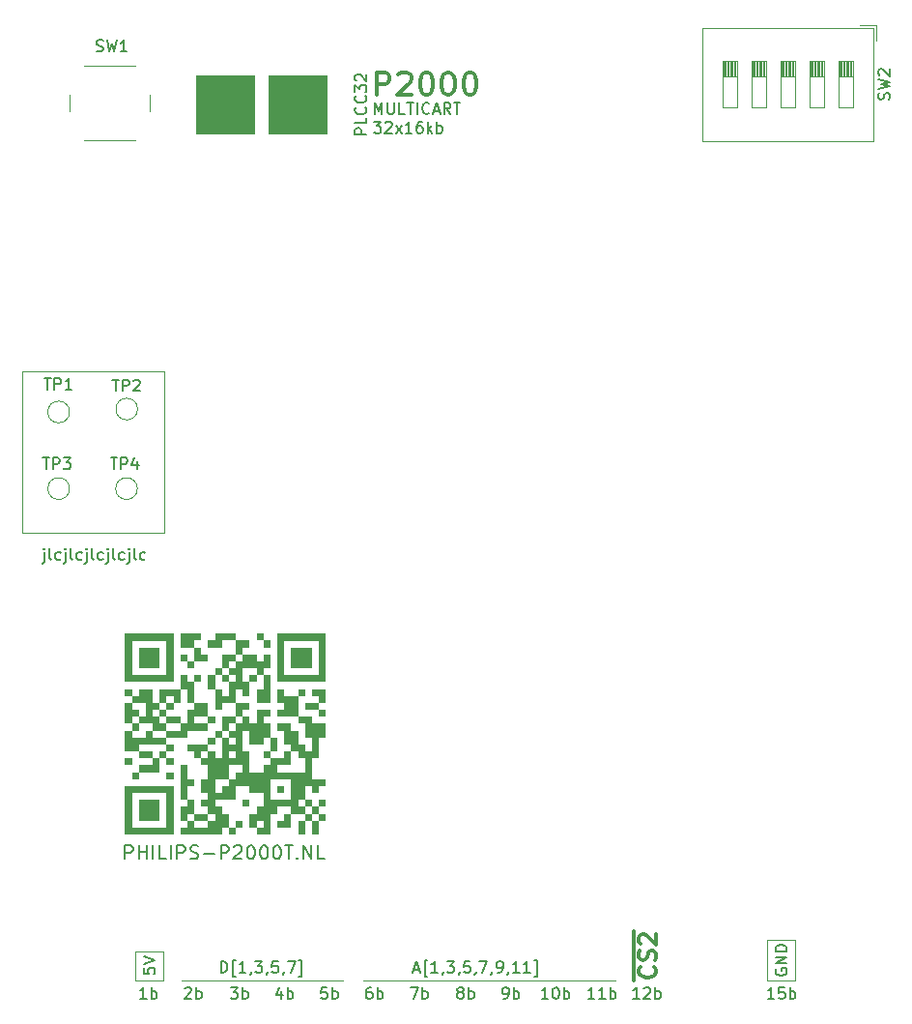
<source format=gbr>
G04 #@! TF.GenerationSoftware,KiCad,Pcbnew,(6.0.9)*
G04 #@! TF.CreationDate,2023-09-15T10:25:23+02:00*
G04 #@! TF.ProjectId,p2000t-multicartridge-smd,70323030-3074-42d6-9d75-6c7469636172,rev?*
G04 #@! TF.SameCoordinates,Original*
G04 #@! TF.FileFunction,Legend,Top*
G04 #@! TF.FilePolarity,Positive*
%FSLAX46Y46*%
G04 Gerber Fmt 4.6, Leading zero omitted, Abs format (unit mm)*
G04 Created by KiCad (PCBNEW (6.0.9)) date 2023-09-15 10:25:23*
%MOMM*%
%LPD*%
G01*
G04 APERTURE LIST*
%ADD10C,0.120000*%
%ADD11C,0.150000*%
%ADD12C,0.300000*%
%ADD13C,0.200000*%
%ADD14C,2.000000*%
%ADD15C,1.500000*%
%ADD16R,1.600000X1.600000*%
%ADD17O,1.600000X1.600000*%
%ADD18R,2.000000X10.000000*%
%ADD19R,1.422400X1.422400*%
%ADD20C,1.422400*%
G04 APERTURE END LIST*
D10*
X54214000Y-128905000D02*
X54214000Y-131445000D01*
X109586000Y-131445000D02*
X111999000Y-131445000D01*
X109586000Y-127889000D02*
X109586000Y-131445000D01*
X44323000Y-78105000D02*
X44450000Y-78105000D01*
X74153000Y-131445000D02*
X96251000Y-131445000D01*
X45847000Y-92202000D02*
X44323000Y-92202000D01*
X56769000Y-78105000D02*
X56769000Y-92202000D01*
X44323000Y-92202000D02*
X44323000Y-78105000D01*
X58278000Y-131445000D02*
X72375000Y-131445000D01*
X111999000Y-131445000D02*
X111999000Y-127889000D01*
X56627000Y-131445000D02*
X56627000Y-128905000D01*
X65913000Y-52197000D02*
X70993000Y-52197000D01*
X70993000Y-52197000D02*
X70993000Y-57277000D01*
X70993000Y-57277000D02*
X65913000Y-57277000D01*
X65913000Y-57277000D02*
X65913000Y-52197000D01*
G36*
X65913000Y-52197000D02*
G01*
X70993000Y-52197000D01*
X70993000Y-57277000D01*
X65913000Y-57277000D01*
X65913000Y-52197000D01*
G37*
X56769000Y-92202000D02*
X45847000Y-92202000D01*
X111999000Y-127889000D02*
X109586000Y-127889000D01*
X44450000Y-78105000D02*
X56769000Y-78105000D01*
X54214000Y-131445000D02*
X56627000Y-131445000D01*
X59563000Y-52197000D02*
X64643000Y-52197000D01*
X64643000Y-52197000D02*
X64643000Y-57277000D01*
X64643000Y-57277000D02*
X59563000Y-57277000D01*
X59563000Y-57277000D02*
X59563000Y-52197000D01*
G36*
X59563000Y-52197000D02*
G01*
X64643000Y-52197000D01*
X64643000Y-57277000D01*
X59563000Y-57277000D01*
X59563000Y-52197000D01*
G37*
X56627000Y-128905000D02*
X54214000Y-128905000D01*
D11*
X86464142Y-133040380D02*
X86654619Y-133040380D01*
X86749857Y-132992761D01*
X86797476Y-132945142D01*
X86892714Y-132802285D01*
X86940333Y-132611809D01*
X86940333Y-132230857D01*
X86892714Y-132135619D01*
X86845095Y-132088000D01*
X86749857Y-132040380D01*
X86559380Y-132040380D01*
X86464142Y-132088000D01*
X86416523Y-132135619D01*
X86368904Y-132230857D01*
X86368904Y-132468952D01*
X86416523Y-132564190D01*
X86464142Y-132611809D01*
X86559380Y-132659428D01*
X86749857Y-132659428D01*
X86845095Y-132611809D01*
X86892714Y-132564190D01*
X86940333Y-132468952D01*
X87368904Y-133040380D02*
X87368904Y-132040380D01*
X87368904Y-132421333D02*
X87464142Y-132373714D01*
X87654619Y-132373714D01*
X87749857Y-132421333D01*
X87797476Y-132468952D01*
X87845095Y-132564190D01*
X87845095Y-132849904D01*
X87797476Y-132945142D01*
X87749857Y-132992761D01*
X87654619Y-133040380D01*
X87464142Y-133040380D01*
X87368904Y-132992761D01*
X74907095Y-132040380D02*
X74716619Y-132040380D01*
X74621380Y-132088000D01*
X74573761Y-132135619D01*
X74478523Y-132278476D01*
X74430904Y-132468952D01*
X74430904Y-132849904D01*
X74478523Y-132945142D01*
X74526142Y-132992761D01*
X74621380Y-133040380D01*
X74811857Y-133040380D01*
X74907095Y-132992761D01*
X74954714Y-132945142D01*
X75002333Y-132849904D01*
X75002333Y-132611809D01*
X74954714Y-132516571D01*
X74907095Y-132468952D01*
X74811857Y-132421333D01*
X74621380Y-132421333D01*
X74526142Y-132468952D01*
X74478523Y-132516571D01*
X74430904Y-132611809D01*
X75430904Y-133040380D02*
X75430904Y-132040380D01*
X75430904Y-132421333D02*
X75526142Y-132373714D01*
X75716619Y-132373714D01*
X75811857Y-132421333D01*
X75859476Y-132468952D01*
X75907095Y-132564190D01*
X75907095Y-132849904D01*
X75859476Y-132945142D01*
X75811857Y-132992761D01*
X75716619Y-133040380D01*
X75526142Y-133040380D01*
X75430904Y-132992761D01*
X82622380Y-132468952D02*
X82527142Y-132421333D01*
X82479523Y-132373714D01*
X82431904Y-132278476D01*
X82431904Y-132230857D01*
X82479523Y-132135619D01*
X82527142Y-132088000D01*
X82622380Y-132040380D01*
X82812857Y-132040380D01*
X82908095Y-132088000D01*
X82955714Y-132135619D01*
X83003333Y-132230857D01*
X83003333Y-132278476D01*
X82955714Y-132373714D01*
X82908095Y-132421333D01*
X82812857Y-132468952D01*
X82622380Y-132468952D01*
X82527142Y-132516571D01*
X82479523Y-132564190D01*
X82431904Y-132659428D01*
X82431904Y-132849904D01*
X82479523Y-132945142D01*
X82527142Y-132992761D01*
X82622380Y-133040380D01*
X82812857Y-133040380D01*
X82908095Y-132992761D01*
X82955714Y-132945142D01*
X83003333Y-132849904D01*
X83003333Y-132659428D01*
X82955714Y-132564190D01*
X82908095Y-132516571D01*
X82812857Y-132468952D01*
X83431904Y-133040380D02*
X83431904Y-132040380D01*
X83431904Y-132421333D02*
X83527142Y-132373714D01*
X83717619Y-132373714D01*
X83812857Y-132421333D01*
X83860476Y-132468952D01*
X83908095Y-132564190D01*
X83908095Y-132849904D01*
X83860476Y-132945142D01*
X83812857Y-132992761D01*
X83717619Y-133040380D01*
X83527142Y-133040380D01*
X83431904Y-132992761D01*
X67033095Y-132373714D02*
X67033095Y-133040380D01*
X66795000Y-131992761D02*
X66556904Y-132707047D01*
X67175952Y-132707047D01*
X67556904Y-133040380D02*
X67556904Y-132040380D01*
X67556904Y-132421333D02*
X67652142Y-132373714D01*
X67842619Y-132373714D01*
X67937857Y-132421333D01*
X67985476Y-132468952D01*
X68033095Y-132564190D01*
X68033095Y-132849904D01*
X67985476Y-132945142D01*
X67937857Y-132992761D01*
X67842619Y-133040380D01*
X67652142Y-133040380D01*
X67556904Y-132992761D01*
X55190333Y-133040380D02*
X54618904Y-133040380D01*
X54904619Y-133040380D02*
X54904619Y-132040380D01*
X54809380Y-132183238D01*
X54714142Y-132278476D01*
X54618904Y-132326095D01*
X55618904Y-133040380D02*
X55618904Y-132040380D01*
X55618904Y-132421333D02*
X55714142Y-132373714D01*
X55904619Y-132373714D01*
X55999857Y-132421333D01*
X56047476Y-132468952D01*
X56095095Y-132564190D01*
X56095095Y-132849904D01*
X56047476Y-132945142D01*
X55999857Y-132992761D01*
X55904619Y-133040380D01*
X55714142Y-133040380D01*
X55618904Y-132992761D01*
X58555904Y-132135619D02*
X58603523Y-132088000D01*
X58698761Y-132040380D01*
X58936857Y-132040380D01*
X59032095Y-132088000D01*
X59079714Y-132135619D01*
X59127333Y-132230857D01*
X59127333Y-132326095D01*
X59079714Y-132468952D01*
X58508285Y-133040380D01*
X59127333Y-133040380D01*
X59555904Y-133040380D02*
X59555904Y-132040380D01*
X59555904Y-132421333D02*
X59651142Y-132373714D01*
X59841619Y-132373714D01*
X59936857Y-132421333D01*
X59984476Y-132468952D01*
X60032095Y-132564190D01*
X60032095Y-132849904D01*
X59984476Y-132945142D01*
X59936857Y-132992761D01*
X59841619Y-133040380D01*
X59651142Y-133040380D01*
X59555904Y-132992761D01*
X71017714Y-132040380D02*
X70541523Y-132040380D01*
X70493904Y-132516571D01*
X70541523Y-132468952D01*
X70636761Y-132421333D01*
X70874857Y-132421333D01*
X70970095Y-132468952D01*
X71017714Y-132516571D01*
X71065333Y-132611809D01*
X71065333Y-132849904D01*
X71017714Y-132945142D01*
X70970095Y-132992761D01*
X70874857Y-133040380D01*
X70636761Y-133040380D01*
X70541523Y-132992761D01*
X70493904Y-132945142D01*
X71493904Y-133040380D02*
X71493904Y-132040380D01*
X71493904Y-132421333D02*
X71589142Y-132373714D01*
X71779619Y-132373714D01*
X71874857Y-132421333D01*
X71922476Y-132468952D01*
X71970095Y-132564190D01*
X71970095Y-132849904D01*
X71922476Y-132945142D01*
X71874857Y-132992761D01*
X71779619Y-133040380D01*
X71589142Y-133040380D01*
X71493904Y-132992761D01*
X78320285Y-132040380D02*
X78986952Y-132040380D01*
X78558380Y-133040380D01*
X79367904Y-133040380D02*
X79367904Y-132040380D01*
X79367904Y-132421333D02*
X79463142Y-132373714D01*
X79653619Y-132373714D01*
X79748857Y-132421333D01*
X79796476Y-132468952D01*
X79844095Y-132564190D01*
X79844095Y-132849904D01*
X79796476Y-132945142D01*
X79748857Y-132992761D01*
X79653619Y-133040380D01*
X79463142Y-133040380D01*
X79367904Y-132992761D01*
X94465142Y-133040380D02*
X93893714Y-133040380D01*
X94179428Y-133040380D02*
X94179428Y-132040380D01*
X94084190Y-132183238D01*
X93988952Y-132278476D01*
X93893714Y-132326095D01*
X95417523Y-133040380D02*
X94846095Y-133040380D01*
X95131809Y-133040380D02*
X95131809Y-132040380D01*
X95036571Y-132183238D01*
X94941333Y-132278476D01*
X94846095Y-132326095D01*
X95846095Y-133040380D02*
X95846095Y-132040380D01*
X95846095Y-132421333D02*
X95941333Y-132373714D01*
X96131809Y-132373714D01*
X96227047Y-132421333D01*
X96274666Y-132468952D01*
X96322285Y-132564190D01*
X96322285Y-132849904D01*
X96274666Y-132945142D01*
X96227047Y-132992761D01*
X96131809Y-133040380D01*
X95941333Y-133040380D01*
X95846095Y-132992761D01*
X98402142Y-133040380D02*
X97830714Y-133040380D01*
X98116428Y-133040380D02*
X98116428Y-132040380D01*
X98021190Y-132183238D01*
X97925952Y-132278476D01*
X97830714Y-132326095D01*
X98783095Y-132135619D02*
X98830714Y-132088000D01*
X98925952Y-132040380D01*
X99164047Y-132040380D01*
X99259285Y-132088000D01*
X99306904Y-132135619D01*
X99354523Y-132230857D01*
X99354523Y-132326095D01*
X99306904Y-132468952D01*
X98735476Y-133040380D01*
X99354523Y-133040380D01*
X99783095Y-133040380D02*
X99783095Y-132040380D01*
X99783095Y-132421333D02*
X99878333Y-132373714D01*
X100068809Y-132373714D01*
X100164047Y-132421333D01*
X100211666Y-132468952D01*
X100259285Y-132564190D01*
X100259285Y-132849904D01*
X100211666Y-132945142D01*
X100164047Y-132992761D01*
X100068809Y-133040380D01*
X99878333Y-133040380D01*
X99783095Y-132992761D01*
X110213142Y-133040380D02*
X109641714Y-133040380D01*
X109927428Y-133040380D02*
X109927428Y-132040380D01*
X109832190Y-132183238D01*
X109736952Y-132278476D01*
X109641714Y-132326095D01*
X111117904Y-132040380D02*
X110641714Y-132040380D01*
X110594095Y-132516571D01*
X110641714Y-132468952D01*
X110736952Y-132421333D01*
X110975047Y-132421333D01*
X111070285Y-132468952D01*
X111117904Y-132516571D01*
X111165523Y-132611809D01*
X111165523Y-132849904D01*
X111117904Y-132945142D01*
X111070285Y-132992761D01*
X110975047Y-133040380D01*
X110736952Y-133040380D01*
X110641714Y-132992761D01*
X110594095Y-132945142D01*
X111594095Y-133040380D02*
X111594095Y-132040380D01*
X111594095Y-132421333D02*
X111689333Y-132373714D01*
X111879809Y-132373714D01*
X111975047Y-132421333D01*
X112022666Y-132468952D01*
X112070285Y-132564190D01*
X112070285Y-132849904D01*
X112022666Y-132945142D01*
X111975047Y-132992761D01*
X111879809Y-133040380D01*
X111689333Y-133040380D01*
X111594095Y-132992761D01*
X62572285Y-132040380D02*
X63191333Y-132040380D01*
X62858000Y-132421333D01*
X63000857Y-132421333D01*
X63096095Y-132468952D01*
X63143714Y-132516571D01*
X63191333Y-132611809D01*
X63191333Y-132849904D01*
X63143714Y-132945142D01*
X63096095Y-132992761D01*
X63000857Y-133040380D01*
X62715142Y-133040380D01*
X62619904Y-132992761D01*
X62572285Y-132945142D01*
X63619904Y-133040380D02*
X63619904Y-132040380D01*
X63619904Y-132421333D02*
X63715142Y-132373714D01*
X63905619Y-132373714D01*
X64000857Y-132421333D01*
X64048476Y-132468952D01*
X64096095Y-132564190D01*
X64096095Y-132849904D01*
X64048476Y-132945142D01*
X64000857Y-132992761D01*
X63905619Y-133040380D01*
X63715142Y-133040380D01*
X63619904Y-132992761D01*
X90401142Y-133040380D02*
X89829714Y-133040380D01*
X90115428Y-133040380D02*
X90115428Y-132040380D01*
X90020190Y-132183238D01*
X89924952Y-132278476D01*
X89829714Y-132326095D01*
X91020190Y-132040380D02*
X91115428Y-132040380D01*
X91210666Y-132088000D01*
X91258285Y-132135619D01*
X91305904Y-132230857D01*
X91353523Y-132421333D01*
X91353523Y-132659428D01*
X91305904Y-132849904D01*
X91258285Y-132945142D01*
X91210666Y-132992761D01*
X91115428Y-133040380D01*
X91020190Y-133040380D01*
X90924952Y-132992761D01*
X90877333Y-132945142D01*
X90829714Y-132849904D01*
X90782095Y-132659428D01*
X90782095Y-132421333D01*
X90829714Y-132230857D01*
X90877333Y-132135619D01*
X90924952Y-132088000D01*
X91020190Y-132040380D01*
X91782095Y-133040380D02*
X91782095Y-132040380D01*
X91782095Y-132421333D02*
X91877333Y-132373714D01*
X92067809Y-132373714D01*
X92163047Y-132421333D01*
X92210666Y-132468952D01*
X92258285Y-132564190D01*
X92258285Y-132849904D01*
X92210666Y-132945142D01*
X92163047Y-132992761D01*
X92067809Y-133040380D01*
X91877333Y-133040380D01*
X91782095Y-132992761D01*
X110356000Y-130428904D02*
X110308380Y-130524142D01*
X110308380Y-130667000D01*
X110356000Y-130809857D01*
X110451238Y-130905095D01*
X110546476Y-130952714D01*
X110736952Y-131000333D01*
X110879809Y-131000333D01*
X111070285Y-130952714D01*
X111165523Y-130905095D01*
X111260761Y-130809857D01*
X111308380Y-130667000D01*
X111308380Y-130571761D01*
X111260761Y-130428904D01*
X111213142Y-130381285D01*
X110879809Y-130381285D01*
X110879809Y-130571761D01*
X111308380Y-129952714D02*
X110308380Y-129952714D01*
X111308380Y-129381285D01*
X110308380Y-129381285D01*
X111308380Y-128905095D02*
X110308380Y-128905095D01*
X110308380Y-128667000D01*
X110356000Y-128524142D01*
X110451238Y-128428904D01*
X110546476Y-128381285D01*
X110736952Y-128333666D01*
X110879809Y-128333666D01*
X111070285Y-128381285D01*
X111165523Y-128428904D01*
X111260761Y-128524142D01*
X111308380Y-128667000D01*
X111308380Y-128905095D01*
X74468580Y-57363047D02*
X73468580Y-57363047D01*
X73468580Y-56982095D01*
X73516200Y-56886857D01*
X73563819Y-56839238D01*
X73659057Y-56791619D01*
X73801914Y-56791619D01*
X73897152Y-56839238D01*
X73944771Y-56886857D01*
X73992390Y-56982095D01*
X73992390Y-57363047D01*
X74468580Y-55886857D02*
X74468580Y-56363047D01*
X73468580Y-56363047D01*
X74373342Y-54982095D02*
X74420961Y-55029714D01*
X74468580Y-55172571D01*
X74468580Y-55267809D01*
X74420961Y-55410666D01*
X74325723Y-55505904D01*
X74230485Y-55553523D01*
X74040009Y-55601142D01*
X73897152Y-55601142D01*
X73706676Y-55553523D01*
X73611438Y-55505904D01*
X73516200Y-55410666D01*
X73468580Y-55267809D01*
X73468580Y-55172571D01*
X73516200Y-55029714D01*
X73563819Y-54982095D01*
X74373342Y-53982095D02*
X74420961Y-54029714D01*
X74468580Y-54172571D01*
X74468580Y-54267809D01*
X74420961Y-54410666D01*
X74325723Y-54505904D01*
X74230485Y-54553523D01*
X74040009Y-54601142D01*
X73897152Y-54601142D01*
X73706676Y-54553523D01*
X73611438Y-54505904D01*
X73516200Y-54410666D01*
X73468580Y-54267809D01*
X73468580Y-54172571D01*
X73516200Y-54029714D01*
X73563819Y-53982095D01*
X73468580Y-53648761D02*
X73468580Y-53029714D01*
X73849533Y-53363047D01*
X73849533Y-53220190D01*
X73897152Y-53124952D01*
X73944771Y-53077333D01*
X74040009Y-53029714D01*
X74278104Y-53029714D01*
X74373342Y-53077333D01*
X74420961Y-53124952D01*
X74468580Y-53220190D01*
X74468580Y-53505904D01*
X74420961Y-53601142D01*
X74373342Y-53648761D01*
X73563819Y-52648761D02*
X73516200Y-52601142D01*
X73468580Y-52505904D01*
X73468580Y-52267809D01*
X73516200Y-52172571D01*
X73563819Y-52124952D01*
X73659057Y-52077333D01*
X73754295Y-52077333D01*
X73897152Y-52124952D01*
X74468580Y-52696380D01*
X74468580Y-52077333D01*
X75176523Y-55570380D02*
X75176523Y-54570380D01*
X75509857Y-55284666D01*
X75843190Y-54570380D01*
X75843190Y-55570380D01*
X76319380Y-54570380D02*
X76319380Y-55379904D01*
X76367000Y-55475142D01*
X76414619Y-55522761D01*
X76509857Y-55570380D01*
X76700333Y-55570380D01*
X76795571Y-55522761D01*
X76843190Y-55475142D01*
X76890809Y-55379904D01*
X76890809Y-54570380D01*
X77843190Y-55570380D02*
X77367000Y-55570380D01*
X77367000Y-54570380D01*
X78033666Y-54570380D02*
X78605095Y-54570380D01*
X78319380Y-55570380D02*
X78319380Y-54570380D01*
X78938428Y-55570380D02*
X78938428Y-54570380D01*
X79986047Y-55475142D02*
X79938428Y-55522761D01*
X79795571Y-55570380D01*
X79700333Y-55570380D01*
X79557476Y-55522761D01*
X79462238Y-55427523D01*
X79414619Y-55332285D01*
X79367000Y-55141809D01*
X79367000Y-54998952D01*
X79414619Y-54808476D01*
X79462238Y-54713238D01*
X79557476Y-54618000D01*
X79700333Y-54570380D01*
X79795571Y-54570380D01*
X79938428Y-54618000D01*
X79986047Y-54665619D01*
X80367000Y-55284666D02*
X80843190Y-55284666D01*
X80271761Y-55570380D02*
X80605095Y-54570380D01*
X80938428Y-55570380D01*
X81843190Y-55570380D02*
X81509857Y-55094190D01*
X81271761Y-55570380D02*
X81271761Y-54570380D01*
X81652714Y-54570380D01*
X81747952Y-54618000D01*
X81795571Y-54665619D01*
X81843190Y-54760857D01*
X81843190Y-54903714D01*
X81795571Y-54998952D01*
X81747952Y-55046571D01*
X81652714Y-55094190D01*
X81271761Y-55094190D01*
X82128904Y-54570380D02*
X82700333Y-54570380D01*
X82414619Y-55570380D02*
X82414619Y-54570380D01*
D12*
X75353990Y-53897761D02*
X75353990Y-51897761D01*
X76115895Y-51897761D01*
X76306371Y-51993000D01*
X76401609Y-52088238D01*
X76496847Y-52278714D01*
X76496847Y-52564428D01*
X76401609Y-52754904D01*
X76306371Y-52850142D01*
X76115895Y-52945380D01*
X75353990Y-52945380D01*
X77258752Y-52088238D02*
X77353990Y-51993000D01*
X77544466Y-51897761D01*
X78020657Y-51897761D01*
X78211133Y-51993000D01*
X78306371Y-52088238D01*
X78401609Y-52278714D01*
X78401609Y-52469190D01*
X78306371Y-52754904D01*
X77163514Y-53897761D01*
X78401609Y-53897761D01*
X79639704Y-51897761D02*
X79830180Y-51897761D01*
X80020657Y-51993000D01*
X80115895Y-52088238D01*
X80211133Y-52278714D01*
X80306371Y-52659666D01*
X80306371Y-53135857D01*
X80211133Y-53516809D01*
X80115895Y-53707285D01*
X80020657Y-53802523D01*
X79830180Y-53897761D01*
X79639704Y-53897761D01*
X79449228Y-53802523D01*
X79353990Y-53707285D01*
X79258752Y-53516809D01*
X79163514Y-53135857D01*
X79163514Y-52659666D01*
X79258752Y-52278714D01*
X79353990Y-52088238D01*
X79449228Y-51993000D01*
X79639704Y-51897761D01*
X81544466Y-51897761D02*
X81734942Y-51897761D01*
X81925419Y-51993000D01*
X82020657Y-52088238D01*
X82115895Y-52278714D01*
X82211133Y-52659666D01*
X82211133Y-53135857D01*
X82115895Y-53516809D01*
X82020657Y-53707285D01*
X81925419Y-53802523D01*
X81734942Y-53897761D01*
X81544466Y-53897761D01*
X81353990Y-53802523D01*
X81258752Y-53707285D01*
X81163514Y-53516809D01*
X81068276Y-53135857D01*
X81068276Y-52659666D01*
X81163514Y-52278714D01*
X81258752Y-52088238D01*
X81353990Y-51993000D01*
X81544466Y-51897761D01*
X83449228Y-51897761D02*
X83639704Y-51897761D01*
X83830180Y-51993000D01*
X83925419Y-52088238D01*
X84020657Y-52278714D01*
X84115895Y-52659666D01*
X84115895Y-53135857D01*
X84020657Y-53516809D01*
X83925419Y-53707285D01*
X83830180Y-53802523D01*
X83639704Y-53897761D01*
X83449228Y-53897761D01*
X83258752Y-53802523D01*
X83163514Y-53707285D01*
X83068276Y-53516809D01*
X82973038Y-53135857D01*
X82973038Y-52659666D01*
X83068276Y-52278714D01*
X83163514Y-52088238D01*
X83258752Y-51993000D01*
X83449228Y-51897761D01*
D11*
X75131990Y-56246780D02*
X75751038Y-56246780D01*
X75417704Y-56627733D01*
X75560561Y-56627733D01*
X75655800Y-56675352D01*
X75703419Y-56722971D01*
X75751038Y-56818209D01*
X75751038Y-57056304D01*
X75703419Y-57151542D01*
X75655800Y-57199161D01*
X75560561Y-57246780D01*
X75274847Y-57246780D01*
X75179609Y-57199161D01*
X75131990Y-57151542D01*
X76131990Y-56342019D02*
X76179609Y-56294400D01*
X76274847Y-56246780D01*
X76512942Y-56246780D01*
X76608180Y-56294400D01*
X76655800Y-56342019D01*
X76703419Y-56437257D01*
X76703419Y-56532495D01*
X76655800Y-56675352D01*
X76084371Y-57246780D01*
X76703419Y-57246780D01*
X77036752Y-57246780D02*
X77560561Y-56580114D01*
X77036752Y-56580114D02*
X77560561Y-57246780D01*
X78465323Y-57246780D02*
X77893895Y-57246780D01*
X78179609Y-57246780D02*
X78179609Y-56246780D01*
X78084371Y-56389638D01*
X77989133Y-56484876D01*
X77893895Y-56532495D01*
X79322466Y-56246780D02*
X79131990Y-56246780D01*
X79036752Y-56294400D01*
X78989133Y-56342019D01*
X78893895Y-56484876D01*
X78846276Y-56675352D01*
X78846276Y-57056304D01*
X78893895Y-57151542D01*
X78941514Y-57199161D01*
X79036752Y-57246780D01*
X79227228Y-57246780D01*
X79322466Y-57199161D01*
X79370085Y-57151542D01*
X79417704Y-57056304D01*
X79417704Y-56818209D01*
X79370085Y-56722971D01*
X79322466Y-56675352D01*
X79227228Y-56627733D01*
X79036752Y-56627733D01*
X78941514Y-56675352D01*
X78893895Y-56722971D01*
X78846276Y-56818209D01*
X79846276Y-57246780D02*
X79846276Y-56246780D01*
X79941514Y-56865828D02*
X80227228Y-57246780D01*
X80227228Y-56580114D02*
X79846276Y-56961066D01*
X80655800Y-57246780D02*
X80655800Y-56246780D01*
X80655800Y-56627733D02*
X80751038Y-56580114D01*
X80941514Y-56580114D01*
X81036752Y-56627733D01*
X81084371Y-56675352D01*
X81131990Y-56770590D01*
X81131990Y-57056304D01*
X81084371Y-57151542D01*
X81036752Y-57199161D01*
X80941514Y-57246780D01*
X80751038Y-57246780D01*
X80655800Y-57199161D01*
X78630428Y-130468666D02*
X79106619Y-130468666D01*
X78535190Y-130754380D02*
X78868523Y-129754380D01*
X79201857Y-130754380D01*
X79820904Y-131087714D02*
X79582809Y-131087714D01*
X79582809Y-129659142D01*
X79820904Y-129659142D01*
X80725666Y-130754380D02*
X80154238Y-130754380D01*
X80439952Y-130754380D02*
X80439952Y-129754380D01*
X80344714Y-129897238D01*
X80249476Y-129992476D01*
X80154238Y-130040095D01*
X81201857Y-130706761D02*
X81201857Y-130754380D01*
X81154238Y-130849619D01*
X81106619Y-130897238D01*
X81535190Y-129754380D02*
X82154238Y-129754380D01*
X81820904Y-130135333D01*
X81963761Y-130135333D01*
X82059000Y-130182952D01*
X82106619Y-130230571D01*
X82154238Y-130325809D01*
X82154238Y-130563904D01*
X82106619Y-130659142D01*
X82059000Y-130706761D01*
X81963761Y-130754380D01*
X81678047Y-130754380D01*
X81582809Y-130706761D01*
X81535190Y-130659142D01*
X82630428Y-130706761D02*
X82630428Y-130754380D01*
X82582809Y-130849619D01*
X82535190Y-130897238D01*
X83535190Y-129754380D02*
X83059000Y-129754380D01*
X83011380Y-130230571D01*
X83059000Y-130182952D01*
X83154238Y-130135333D01*
X83392333Y-130135333D01*
X83487571Y-130182952D01*
X83535190Y-130230571D01*
X83582809Y-130325809D01*
X83582809Y-130563904D01*
X83535190Y-130659142D01*
X83487571Y-130706761D01*
X83392333Y-130754380D01*
X83154238Y-130754380D01*
X83059000Y-130706761D01*
X83011380Y-130659142D01*
X84059000Y-130706761D02*
X84059000Y-130754380D01*
X84011380Y-130849619D01*
X83963761Y-130897238D01*
X84392333Y-129754380D02*
X85059000Y-129754380D01*
X84630428Y-130754380D01*
X85487571Y-130706761D02*
X85487571Y-130754380D01*
X85439952Y-130849619D01*
X85392333Y-130897238D01*
X85963761Y-130754380D02*
X86154238Y-130754380D01*
X86249476Y-130706761D01*
X86297095Y-130659142D01*
X86392333Y-130516285D01*
X86439952Y-130325809D01*
X86439952Y-129944857D01*
X86392333Y-129849619D01*
X86344714Y-129802000D01*
X86249476Y-129754380D01*
X86059000Y-129754380D01*
X85963761Y-129802000D01*
X85916142Y-129849619D01*
X85868523Y-129944857D01*
X85868523Y-130182952D01*
X85916142Y-130278190D01*
X85963761Y-130325809D01*
X86059000Y-130373428D01*
X86249476Y-130373428D01*
X86344714Y-130325809D01*
X86392333Y-130278190D01*
X86439952Y-130182952D01*
X86916142Y-130706761D02*
X86916142Y-130754380D01*
X86868523Y-130849619D01*
X86820904Y-130897238D01*
X87868523Y-130754380D02*
X87297095Y-130754380D01*
X87582809Y-130754380D02*
X87582809Y-129754380D01*
X87487571Y-129897238D01*
X87392333Y-129992476D01*
X87297095Y-130040095D01*
X88820904Y-130754380D02*
X88249476Y-130754380D01*
X88535190Y-130754380D02*
X88535190Y-129754380D01*
X88439952Y-129897238D01*
X88344714Y-129992476D01*
X88249476Y-130040095D01*
X89154238Y-131087714D02*
X89392333Y-131087714D01*
X89392333Y-129659142D01*
X89154238Y-129659142D01*
X46242238Y-93930714D02*
X46242238Y-94787857D01*
X46194619Y-94883095D01*
X46099380Y-94930714D01*
X46051761Y-94930714D01*
X46242238Y-93597380D02*
X46194619Y-93645000D01*
X46242238Y-93692619D01*
X46289857Y-93645000D01*
X46242238Y-93597380D01*
X46242238Y-93692619D01*
X46861285Y-94597380D02*
X46766047Y-94549761D01*
X46718428Y-94454523D01*
X46718428Y-93597380D01*
X47670809Y-94549761D02*
X47575571Y-94597380D01*
X47385095Y-94597380D01*
X47289857Y-94549761D01*
X47242238Y-94502142D01*
X47194619Y-94406904D01*
X47194619Y-94121190D01*
X47242238Y-94025952D01*
X47289857Y-93978333D01*
X47385095Y-93930714D01*
X47575571Y-93930714D01*
X47670809Y-93978333D01*
X48099380Y-93930714D02*
X48099380Y-94787857D01*
X48051761Y-94883095D01*
X47956523Y-94930714D01*
X47908904Y-94930714D01*
X48099380Y-93597380D02*
X48051761Y-93645000D01*
X48099380Y-93692619D01*
X48147000Y-93645000D01*
X48099380Y-93597380D01*
X48099380Y-93692619D01*
X48718428Y-94597380D02*
X48623190Y-94549761D01*
X48575571Y-94454523D01*
X48575571Y-93597380D01*
X49527952Y-94549761D02*
X49432714Y-94597380D01*
X49242238Y-94597380D01*
X49147000Y-94549761D01*
X49099380Y-94502142D01*
X49051761Y-94406904D01*
X49051761Y-94121190D01*
X49099380Y-94025952D01*
X49147000Y-93978333D01*
X49242238Y-93930714D01*
X49432714Y-93930714D01*
X49527952Y-93978333D01*
X49956523Y-93930714D02*
X49956523Y-94787857D01*
X49908904Y-94883095D01*
X49813666Y-94930714D01*
X49766047Y-94930714D01*
X49956523Y-93597380D02*
X49908904Y-93645000D01*
X49956523Y-93692619D01*
X50004142Y-93645000D01*
X49956523Y-93597380D01*
X49956523Y-93692619D01*
X50575571Y-94597380D02*
X50480333Y-94549761D01*
X50432714Y-94454523D01*
X50432714Y-93597380D01*
X51385095Y-94549761D02*
X51289857Y-94597380D01*
X51099380Y-94597380D01*
X51004142Y-94549761D01*
X50956523Y-94502142D01*
X50908904Y-94406904D01*
X50908904Y-94121190D01*
X50956523Y-94025952D01*
X51004142Y-93978333D01*
X51099380Y-93930714D01*
X51289857Y-93930714D01*
X51385095Y-93978333D01*
X51813666Y-93930714D02*
X51813666Y-94787857D01*
X51766047Y-94883095D01*
X51670809Y-94930714D01*
X51623190Y-94930714D01*
X51813666Y-93597380D02*
X51766047Y-93645000D01*
X51813666Y-93692619D01*
X51861285Y-93645000D01*
X51813666Y-93597380D01*
X51813666Y-93692619D01*
X52432714Y-94597380D02*
X52337476Y-94549761D01*
X52289857Y-94454523D01*
X52289857Y-93597380D01*
X53242238Y-94549761D02*
X53147000Y-94597380D01*
X52956523Y-94597380D01*
X52861285Y-94549761D01*
X52813666Y-94502142D01*
X52766047Y-94406904D01*
X52766047Y-94121190D01*
X52813666Y-94025952D01*
X52861285Y-93978333D01*
X52956523Y-93930714D01*
X53147000Y-93930714D01*
X53242238Y-93978333D01*
X53670809Y-93930714D02*
X53670809Y-94787857D01*
X53623190Y-94883095D01*
X53527952Y-94930714D01*
X53480333Y-94930714D01*
X53670809Y-93597380D02*
X53623190Y-93645000D01*
X53670809Y-93692619D01*
X53718428Y-93645000D01*
X53670809Y-93597380D01*
X53670809Y-93692619D01*
X54289857Y-94597380D02*
X54194619Y-94549761D01*
X54147000Y-94454523D01*
X54147000Y-93597380D01*
X55099380Y-94549761D02*
X55004142Y-94597380D01*
X54813666Y-94597380D01*
X54718428Y-94549761D01*
X54670809Y-94502142D01*
X54623190Y-94406904D01*
X54623190Y-94121190D01*
X54670809Y-94025952D01*
X54718428Y-93978333D01*
X54813666Y-93930714D01*
X55004142Y-93930714D01*
X55099380Y-93978333D01*
D12*
X97927000Y-131464571D02*
X97927000Y-129964571D01*
X99707714Y-130250285D02*
X99779142Y-130321714D01*
X99850571Y-130536000D01*
X99850571Y-130678857D01*
X99779142Y-130893142D01*
X99636285Y-131036000D01*
X99493428Y-131107428D01*
X99207714Y-131178857D01*
X98993428Y-131178857D01*
X98707714Y-131107428D01*
X98564857Y-131036000D01*
X98422000Y-130893142D01*
X98350571Y-130678857D01*
X98350571Y-130536000D01*
X98422000Y-130321714D01*
X98493428Y-130250285D01*
X97927000Y-129964571D02*
X97927000Y-128536000D01*
X99779142Y-129678857D02*
X99850571Y-129464571D01*
X99850571Y-129107428D01*
X99779142Y-128964571D01*
X99707714Y-128893142D01*
X99564857Y-128821714D01*
X99422000Y-128821714D01*
X99279142Y-128893142D01*
X99207714Y-128964571D01*
X99136285Y-129107428D01*
X99064857Y-129393142D01*
X98993428Y-129536000D01*
X98922000Y-129607428D01*
X98779142Y-129678857D01*
X98636285Y-129678857D01*
X98493428Y-129607428D01*
X98422000Y-129536000D01*
X98350571Y-129393142D01*
X98350571Y-129036000D01*
X98422000Y-128821714D01*
X97927000Y-128536000D02*
X97927000Y-127107428D01*
X98493428Y-128250285D02*
X98422000Y-128178857D01*
X98350571Y-128036000D01*
X98350571Y-127678857D01*
X98422000Y-127536000D01*
X98493428Y-127464571D01*
X98636285Y-127393142D01*
X98779142Y-127393142D01*
X98993428Y-127464571D01*
X99850571Y-128321714D01*
X99850571Y-127393142D01*
D13*
X53318857Y-120811857D02*
X53318857Y-119611857D01*
X53776000Y-119611857D01*
X53890285Y-119669000D01*
X53947428Y-119726142D01*
X54004571Y-119840428D01*
X54004571Y-120011857D01*
X53947428Y-120126142D01*
X53890285Y-120183285D01*
X53776000Y-120240428D01*
X53318857Y-120240428D01*
X54518857Y-120811857D02*
X54518857Y-119611857D01*
X54518857Y-120183285D02*
X55204571Y-120183285D01*
X55204571Y-120811857D02*
X55204571Y-119611857D01*
X55776000Y-120811857D02*
X55776000Y-119611857D01*
X56918857Y-120811857D02*
X56347428Y-120811857D01*
X56347428Y-119611857D01*
X57318857Y-120811857D02*
X57318857Y-119611857D01*
X57890285Y-120811857D02*
X57890285Y-119611857D01*
X58347428Y-119611857D01*
X58461714Y-119669000D01*
X58518857Y-119726142D01*
X58576000Y-119840428D01*
X58576000Y-120011857D01*
X58518857Y-120126142D01*
X58461714Y-120183285D01*
X58347428Y-120240428D01*
X57890285Y-120240428D01*
X59033142Y-120754714D02*
X59204571Y-120811857D01*
X59490285Y-120811857D01*
X59604571Y-120754714D01*
X59661714Y-120697571D01*
X59718857Y-120583285D01*
X59718857Y-120469000D01*
X59661714Y-120354714D01*
X59604571Y-120297571D01*
X59490285Y-120240428D01*
X59261714Y-120183285D01*
X59147428Y-120126142D01*
X59090285Y-120069000D01*
X59033142Y-119954714D01*
X59033142Y-119840428D01*
X59090285Y-119726142D01*
X59147428Y-119669000D01*
X59261714Y-119611857D01*
X59547428Y-119611857D01*
X59718857Y-119669000D01*
X60233142Y-120354714D02*
X61147428Y-120354714D01*
X61718857Y-120811857D02*
X61718857Y-119611857D01*
X62176000Y-119611857D01*
X62290285Y-119669000D01*
X62347428Y-119726142D01*
X62404571Y-119840428D01*
X62404571Y-120011857D01*
X62347428Y-120126142D01*
X62290285Y-120183285D01*
X62176000Y-120240428D01*
X61718857Y-120240428D01*
X62861714Y-119726142D02*
X62918857Y-119669000D01*
X63033142Y-119611857D01*
X63318857Y-119611857D01*
X63433142Y-119669000D01*
X63490285Y-119726142D01*
X63547428Y-119840428D01*
X63547428Y-119954714D01*
X63490285Y-120126142D01*
X62804571Y-120811857D01*
X63547428Y-120811857D01*
X64290285Y-119611857D02*
X64404571Y-119611857D01*
X64518857Y-119669000D01*
X64576000Y-119726142D01*
X64633142Y-119840428D01*
X64690285Y-120069000D01*
X64690285Y-120354714D01*
X64633142Y-120583285D01*
X64576000Y-120697571D01*
X64518857Y-120754714D01*
X64404571Y-120811857D01*
X64290285Y-120811857D01*
X64176000Y-120754714D01*
X64118857Y-120697571D01*
X64061714Y-120583285D01*
X64004571Y-120354714D01*
X64004571Y-120069000D01*
X64061714Y-119840428D01*
X64118857Y-119726142D01*
X64176000Y-119669000D01*
X64290285Y-119611857D01*
X65433142Y-119611857D02*
X65547428Y-119611857D01*
X65661714Y-119669000D01*
X65718857Y-119726142D01*
X65776000Y-119840428D01*
X65833142Y-120069000D01*
X65833142Y-120354714D01*
X65776000Y-120583285D01*
X65718857Y-120697571D01*
X65661714Y-120754714D01*
X65547428Y-120811857D01*
X65433142Y-120811857D01*
X65318857Y-120754714D01*
X65261714Y-120697571D01*
X65204571Y-120583285D01*
X65147428Y-120354714D01*
X65147428Y-120069000D01*
X65204571Y-119840428D01*
X65261714Y-119726142D01*
X65318857Y-119669000D01*
X65433142Y-119611857D01*
X66576000Y-119611857D02*
X66690285Y-119611857D01*
X66804571Y-119669000D01*
X66861714Y-119726142D01*
X66918857Y-119840428D01*
X66976000Y-120069000D01*
X66976000Y-120354714D01*
X66918857Y-120583285D01*
X66861714Y-120697571D01*
X66804571Y-120754714D01*
X66690285Y-120811857D01*
X66576000Y-120811857D01*
X66461714Y-120754714D01*
X66404571Y-120697571D01*
X66347428Y-120583285D01*
X66290285Y-120354714D01*
X66290285Y-120069000D01*
X66347428Y-119840428D01*
X66404571Y-119726142D01*
X66461714Y-119669000D01*
X66576000Y-119611857D01*
X67318857Y-119611857D02*
X68004571Y-119611857D01*
X67661714Y-120811857D02*
X67661714Y-119611857D01*
X68404571Y-120697571D02*
X68461714Y-120754714D01*
X68404571Y-120811857D01*
X68347428Y-120754714D01*
X68404571Y-120697571D01*
X68404571Y-120811857D01*
X68976000Y-120811857D02*
X68976000Y-119611857D01*
X69661714Y-120811857D01*
X69661714Y-119611857D01*
X70804571Y-120811857D02*
X70233142Y-120811857D01*
X70233142Y-119611857D01*
D11*
X54936380Y-130365476D02*
X54936380Y-130841666D01*
X55412571Y-130889285D01*
X55364952Y-130841666D01*
X55317333Y-130746428D01*
X55317333Y-130508333D01*
X55364952Y-130413095D01*
X55412571Y-130365476D01*
X55507809Y-130317857D01*
X55745904Y-130317857D01*
X55841142Y-130365476D01*
X55888761Y-130413095D01*
X55936380Y-130508333D01*
X55936380Y-130746428D01*
X55888761Y-130841666D01*
X55841142Y-130889285D01*
X54936380Y-130032142D02*
X55936380Y-129698809D01*
X54936380Y-129365476D01*
X61715380Y-130754380D02*
X61715380Y-129754380D01*
X61953476Y-129754380D01*
X62096333Y-129802000D01*
X62191571Y-129897238D01*
X62239190Y-129992476D01*
X62286809Y-130182952D01*
X62286809Y-130325809D01*
X62239190Y-130516285D01*
X62191571Y-130611523D01*
X62096333Y-130706761D01*
X61953476Y-130754380D01*
X61715380Y-130754380D01*
X63001095Y-131087714D02*
X62763000Y-131087714D01*
X62763000Y-129659142D01*
X63001095Y-129659142D01*
X63905857Y-130754380D02*
X63334428Y-130754380D01*
X63620142Y-130754380D02*
X63620142Y-129754380D01*
X63524904Y-129897238D01*
X63429666Y-129992476D01*
X63334428Y-130040095D01*
X64382047Y-130706761D02*
X64382047Y-130754380D01*
X64334428Y-130849619D01*
X64286809Y-130897238D01*
X64715380Y-129754380D02*
X65334428Y-129754380D01*
X65001095Y-130135333D01*
X65143952Y-130135333D01*
X65239190Y-130182952D01*
X65286809Y-130230571D01*
X65334428Y-130325809D01*
X65334428Y-130563904D01*
X65286809Y-130659142D01*
X65239190Y-130706761D01*
X65143952Y-130754380D01*
X64858238Y-130754380D01*
X64763000Y-130706761D01*
X64715380Y-130659142D01*
X65810619Y-130706761D02*
X65810619Y-130754380D01*
X65763000Y-130849619D01*
X65715380Y-130897238D01*
X66715380Y-129754380D02*
X66239190Y-129754380D01*
X66191571Y-130230571D01*
X66239190Y-130182952D01*
X66334428Y-130135333D01*
X66572523Y-130135333D01*
X66667761Y-130182952D01*
X66715380Y-130230571D01*
X66763000Y-130325809D01*
X66763000Y-130563904D01*
X66715380Y-130659142D01*
X66667761Y-130706761D01*
X66572523Y-130754380D01*
X66334428Y-130754380D01*
X66239190Y-130706761D01*
X66191571Y-130659142D01*
X67239190Y-130706761D02*
X67239190Y-130754380D01*
X67191571Y-130849619D01*
X67143952Y-130897238D01*
X67572523Y-129754380D02*
X68239190Y-129754380D01*
X67810619Y-130754380D01*
X68524904Y-131087714D02*
X68763000Y-131087714D01*
X68763000Y-129659142D01*
X68524904Y-129659142D01*
X50813666Y-50049761D02*
X50956523Y-50097380D01*
X51194619Y-50097380D01*
X51289857Y-50049761D01*
X51337476Y-50002142D01*
X51385095Y-49906904D01*
X51385095Y-49811666D01*
X51337476Y-49716428D01*
X51289857Y-49668809D01*
X51194619Y-49621190D01*
X51004142Y-49573571D01*
X50908904Y-49525952D01*
X50861285Y-49478333D01*
X50813666Y-49383095D01*
X50813666Y-49287857D01*
X50861285Y-49192619D01*
X50908904Y-49145000D01*
X51004142Y-49097380D01*
X51242238Y-49097380D01*
X51385095Y-49145000D01*
X51718428Y-49097380D02*
X51956523Y-50097380D01*
X52147000Y-49383095D01*
X52337476Y-50097380D01*
X52575571Y-49097380D01*
X53480333Y-50097380D02*
X52908904Y-50097380D01*
X53194619Y-50097380D02*
X53194619Y-49097380D01*
X53099380Y-49240238D01*
X53004142Y-49335476D01*
X52908904Y-49383095D01*
X46236095Y-78703380D02*
X46807523Y-78703380D01*
X46521809Y-79703380D02*
X46521809Y-78703380D01*
X47140857Y-79703380D02*
X47140857Y-78703380D01*
X47521809Y-78703380D01*
X47617047Y-78751000D01*
X47664666Y-78798619D01*
X47712285Y-78893857D01*
X47712285Y-79036714D01*
X47664666Y-79131952D01*
X47617047Y-79179571D01*
X47521809Y-79227190D01*
X47140857Y-79227190D01*
X48664666Y-79703380D02*
X48093238Y-79703380D01*
X48378952Y-79703380D02*
X48378952Y-78703380D01*
X48283714Y-78846238D01*
X48188476Y-78941476D01*
X48093238Y-78989095D01*
X46109095Y-85666380D02*
X46680523Y-85666380D01*
X46394809Y-86666380D02*
X46394809Y-85666380D01*
X47013857Y-86666380D02*
X47013857Y-85666380D01*
X47394809Y-85666380D01*
X47490047Y-85714000D01*
X47537666Y-85761619D01*
X47585285Y-85856857D01*
X47585285Y-85999714D01*
X47537666Y-86094952D01*
X47490047Y-86142571D01*
X47394809Y-86190190D01*
X47013857Y-86190190D01*
X47918619Y-85666380D02*
X48537666Y-85666380D01*
X48204333Y-86047333D01*
X48347190Y-86047333D01*
X48442428Y-86094952D01*
X48490047Y-86142571D01*
X48537666Y-86237809D01*
X48537666Y-86475904D01*
X48490047Y-86571142D01*
X48442428Y-86618761D01*
X48347190Y-86666380D01*
X48061476Y-86666380D01*
X47966238Y-86618761D01*
X47918619Y-86571142D01*
X52056095Y-85666380D02*
X52627523Y-85666380D01*
X52341809Y-86666380D02*
X52341809Y-85666380D01*
X52960857Y-86666380D02*
X52960857Y-85666380D01*
X53341809Y-85666380D01*
X53437047Y-85714000D01*
X53484666Y-85761619D01*
X53532285Y-85856857D01*
X53532285Y-85999714D01*
X53484666Y-86094952D01*
X53437047Y-86142571D01*
X53341809Y-86190190D01*
X52960857Y-86190190D01*
X54389428Y-85999714D02*
X54389428Y-86666380D01*
X54151333Y-85618761D02*
X53913238Y-86333047D01*
X54532285Y-86333047D01*
X52205095Y-78827380D02*
X52776523Y-78827380D01*
X52490809Y-79827380D02*
X52490809Y-78827380D01*
X53109857Y-79827380D02*
X53109857Y-78827380D01*
X53490809Y-78827380D01*
X53586047Y-78875000D01*
X53633666Y-78922619D01*
X53681285Y-79017857D01*
X53681285Y-79160714D01*
X53633666Y-79255952D01*
X53586047Y-79303571D01*
X53490809Y-79351190D01*
X53109857Y-79351190D01*
X54062238Y-78922619D02*
X54109857Y-78875000D01*
X54205095Y-78827380D01*
X54443190Y-78827380D01*
X54538428Y-78875000D01*
X54586047Y-78922619D01*
X54633666Y-79017857D01*
X54633666Y-79113095D01*
X54586047Y-79255952D01*
X54014619Y-79827380D01*
X54633666Y-79827380D01*
X120283761Y-54292333D02*
X120331380Y-54149476D01*
X120331380Y-53911380D01*
X120283761Y-53816142D01*
X120236142Y-53768523D01*
X120140904Y-53720904D01*
X120045666Y-53720904D01*
X119950428Y-53768523D01*
X119902809Y-53816142D01*
X119855190Y-53911380D01*
X119807571Y-54101857D01*
X119759952Y-54197095D01*
X119712333Y-54244714D01*
X119617095Y-54292333D01*
X119521857Y-54292333D01*
X119426619Y-54244714D01*
X119379000Y-54197095D01*
X119331380Y-54101857D01*
X119331380Y-53863761D01*
X119379000Y-53720904D01*
X119331380Y-53387571D02*
X120331380Y-53149476D01*
X119617095Y-52959000D01*
X120331380Y-52768523D01*
X119331380Y-52530428D01*
X119426619Y-52197095D02*
X119379000Y-52149476D01*
X119331380Y-52054238D01*
X119331380Y-51816142D01*
X119379000Y-51720904D01*
X119426619Y-51673285D01*
X119521857Y-51625666D01*
X119617095Y-51625666D01*
X119759952Y-51673285D01*
X120331380Y-52244714D01*
X120331380Y-51625666D01*
D10*
X54247000Y-51345000D02*
X49747000Y-51345000D01*
X49747000Y-57845000D02*
X54247000Y-57845000D01*
X48497000Y-53845000D02*
X48497000Y-55345000D01*
X55497000Y-55345000D02*
X55497000Y-53845000D01*
X48448000Y-81661000D02*
G75*
G03*
X48448000Y-81661000I-950000J0D01*
G01*
X48448000Y-88370000D02*
G75*
G03*
X48448000Y-88370000I-950000J0D01*
G01*
X54395000Y-88370000D02*
G75*
G03*
X54395000Y-88370000I-950000J0D01*
G01*
X54417000Y-81407000D02*
G75*
G03*
X54417000Y-81407000I-950000J0D01*
G01*
X112014000Y-52282333D02*
X110744000Y-52282333D01*
X106214000Y-50929000D02*
X106214000Y-52282333D01*
X110814000Y-50929000D02*
X110814000Y-52282333D01*
X109114000Y-50929000D02*
X109114000Y-52282333D01*
X111414000Y-50929000D02*
X111414000Y-52282333D01*
X108204000Y-54989000D02*
X109474000Y-54989000D01*
X108874000Y-50929000D02*
X108874000Y-52282333D01*
X116614000Y-50929000D02*
X116614000Y-52282333D01*
X113354000Y-50929000D02*
X113354000Y-52282333D01*
X106934000Y-54989000D02*
X106934000Y-50929000D01*
X117094000Y-50929000D02*
X115824000Y-50929000D01*
X115824000Y-54989000D02*
X117094000Y-54989000D01*
X115894000Y-50929000D02*
X115894000Y-52282333D01*
X108394000Y-50929000D02*
X108394000Y-52282333D01*
X118879000Y-48009000D02*
X118879000Y-57909000D01*
X116374000Y-50929000D02*
X116374000Y-52282333D01*
X119119000Y-47769000D02*
X117736000Y-47769000D01*
X119119000Y-47769000D02*
X119119000Y-49153000D01*
X108274000Y-50929000D02*
X108274000Y-52282333D01*
X114314000Y-50929000D02*
X114314000Y-52282333D01*
X114554000Y-52282333D02*
X113284000Y-52282333D01*
X116854000Y-50929000D02*
X116854000Y-52282333D01*
X110744000Y-50929000D02*
X110744000Y-54989000D01*
X105664000Y-54989000D02*
X106934000Y-54989000D01*
X106574000Y-50929000D02*
X106574000Y-52282333D01*
X111294000Y-50929000D02*
X111294000Y-52282333D01*
X108634000Y-50929000D02*
X108634000Y-52282333D01*
X106094000Y-50929000D02*
X106094000Y-52282333D01*
X105854000Y-50929000D02*
X105854000Y-52282333D01*
X111654000Y-50929000D02*
X111654000Y-52282333D01*
X115824000Y-50929000D02*
X115824000Y-54989000D01*
X113714000Y-50929000D02*
X113714000Y-52282333D01*
X105974000Y-50929000D02*
X105974000Y-52282333D01*
X114194000Y-50929000D02*
X114194000Y-52282333D01*
X111774000Y-50929000D02*
X111774000Y-52282333D01*
X108754000Y-50929000D02*
X108754000Y-52282333D01*
X116254000Y-50929000D02*
X116254000Y-52282333D01*
X108204000Y-50929000D02*
X108204000Y-54989000D01*
X106454000Y-50929000D02*
X106454000Y-52282333D01*
X117094000Y-52282333D02*
X115824000Y-52282333D01*
X106334000Y-50929000D02*
X106334000Y-52282333D01*
X117094000Y-54989000D02*
X117094000Y-50929000D01*
X118879000Y-48009000D02*
X103879000Y-48009000D01*
X111054000Y-50929000D02*
X111054000Y-52282333D01*
X111894000Y-50929000D02*
X111894000Y-52282333D01*
X114554000Y-50929000D02*
X113284000Y-50929000D01*
X103879000Y-48009000D02*
X103879000Y-57909000D01*
X110744000Y-54989000D02*
X112014000Y-54989000D01*
X109474000Y-54989000D02*
X109474000Y-50929000D01*
X114434000Y-50929000D02*
X114434000Y-52282333D01*
X113954000Y-50929000D02*
X113954000Y-52282333D01*
X105664000Y-50929000D02*
X105664000Y-54989000D01*
X109354000Y-50929000D02*
X109354000Y-52282333D01*
X116734000Y-50929000D02*
X116734000Y-52282333D01*
X113834000Y-50929000D02*
X113834000Y-52282333D01*
X113474000Y-50929000D02*
X113474000Y-52282333D01*
X106934000Y-52282333D02*
X105664000Y-52282333D01*
X113284000Y-54989000D02*
X114554000Y-54989000D01*
X114554000Y-54989000D02*
X114554000Y-50929000D01*
X114074000Y-50929000D02*
X114074000Y-52282333D01*
X112014000Y-50929000D02*
X110744000Y-50929000D01*
X111534000Y-50929000D02*
X111534000Y-52282333D01*
X118879000Y-57909000D02*
X103879000Y-57909000D01*
X110934000Y-50929000D02*
X110934000Y-52282333D01*
X113594000Y-50929000D02*
X113594000Y-52282333D01*
X108514000Y-50929000D02*
X108514000Y-52282333D01*
X109474000Y-52282333D02*
X108204000Y-52282333D01*
X116134000Y-50929000D02*
X116134000Y-52282333D01*
X111174000Y-50929000D02*
X111174000Y-52282333D01*
X116014000Y-50929000D02*
X116014000Y-52282333D01*
X112014000Y-54989000D02*
X112014000Y-50929000D01*
X106934000Y-50929000D02*
X105664000Y-50929000D01*
X105734000Y-50929000D02*
X105734000Y-52282333D01*
X109234000Y-50929000D02*
X109234000Y-52282333D01*
X106814000Y-50929000D02*
X106814000Y-52282333D01*
X116494000Y-50929000D02*
X116494000Y-52282333D01*
X116974000Y-50929000D02*
X116974000Y-52282333D01*
X113284000Y-50929000D02*
X113284000Y-54989000D01*
X108994000Y-50929000D02*
X108994000Y-52282333D01*
X109474000Y-50929000D02*
X108204000Y-50929000D01*
X106694000Y-50929000D02*
X106694000Y-52282333D01*
G36*
X64234105Y-116230989D02*
G01*
X63627693Y-116230989D01*
X63627693Y-115624577D01*
X64234105Y-115624577D01*
X64234105Y-116230989D01*
G37*
G36*
X63627693Y-118050225D02*
G01*
X63021281Y-118050225D01*
X63021281Y-117443813D01*
X63627693Y-117443813D01*
X63627693Y-118050225D01*
G37*
G36*
X64234105Y-102283513D02*
G01*
X63627693Y-102283513D01*
X63627693Y-102889925D01*
X63021281Y-102889925D01*
X63021281Y-103496337D01*
X62414869Y-103496337D01*
X62414869Y-104102749D01*
X61808457Y-104102749D01*
X61808457Y-104709161D01*
X61202045Y-104709161D01*
X61202045Y-105921985D01*
X60595633Y-105921985D01*
X60595633Y-104709161D01*
X61202045Y-104709161D01*
X61202045Y-104102749D01*
X61808457Y-104102749D01*
X61808457Y-102889925D01*
X63021281Y-102889925D01*
X63021281Y-101677101D01*
X64234105Y-101677101D01*
X64234105Y-102283513D01*
G37*
G36*
X64840517Y-103496337D02*
G01*
X65446929Y-103496337D01*
X65446929Y-102889925D01*
X66053341Y-102889925D01*
X66053341Y-104102749D01*
X65446929Y-104102749D01*
X65446929Y-104709161D01*
X64840517Y-104709161D01*
X64840517Y-105315573D01*
X64234105Y-105315573D01*
X64234105Y-106528397D01*
X63627693Y-106528397D01*
X63627693Y-105921985D01*
X63021281Y-105921985D01*
X63021281Y-107134809D01*
X61808457Y-107134809D01*
X61808457Y-107741221D01*
X61202045Y-107741221D01*
X61202045Y-105921985D01*
X61808457Y-105921985D01*
X61808457Y-106528397D01*
X62414869Y-106528397D01*
X62414869Y-105315573D01*
X63021281Y-105315573D01*
X63627693Y-105315573D01*
X64234105Y-105315573D01*
X64234105Y-104709161D01*
X64840517Y-104709161D01*
X64840517Y-104102749D01*
X63627693Y-104102749D01*
X63627693Y-105315573D01*
X63021281Y-105315573D01*
X63021281Y-104709161D01*
X62414869Y-104709161D01*
X62414869Y-104102749D01*
X63021281Y-104102749D01*
X63021281Y-103496337D01*
X63627693Y-103496337D01*
X63627693Y-102889925D01*
X64840517Y-102889925D01*
X64840517Y-103496337D01*
G37*
G36*
X56350749Y-117443813D02*
G01*
X54531513Y-117443813D01*
X54531513Y-115624577D01*
X56350749Y-115624577D01*
X56350749Y-117443813D01*
G37*
G36*
X57563573Y-114411753D02*
G01*
X57563573Y-118656637D01*
X53318689Y-118656637D01*
X53318689Y-117154515D01*
X53945503Y-117154515D01*
X53945540Y-117340666D01*
X53945770Y-117509341D01*
X53946187Y-117657976D01*
X53946784Y-117784004D01*
X53947554Y-117884860D01*
X53948491Y-117957977D01*
X53949588Y-118000791D01*
X53950441Y-118011338D01*
X53958350Y-118015286D01*
X53980091Y-118018711D01*
X54017507Y-118021635D01*
X54072444Y-118024078D01*
X54146747Y-118026062D01*
X54242260Y-118027609D01*
X54360828Y-118028739D01*
X54504296Y-118029475D01*
X54674509Y-118029837D01*
X54873311Y-118029847D01*
X55102548Y-118029527D01*
X55364064Y-118028898D01*
X55444955Y-118028664D01*
X56931171Y-118024236D01*
X56931171Y-115044154D01*
X53951090Y-115044154D01*
X53946616Y-116516869D01*
X53946035Y-116740051D01*
X53945666Y-116953454D01*
X53945503Y-117154515D01*
X53318689Y-117154515D01*
X53318689Y-114411753D01*
X57563573Y-114411753D01*
G37*
G36*
X56350749Y-104102749D02*
G01*
X54531513Y-104102749D01*
X54531513Y-102283513D01*
X56350749Y-102283513D01*
X56350749Y-104102749D01*
G37*
G36*
X57563573Y-101070689D02*
G01*
X57563573Y-105315573D01*
X53318689Y-105315573D01*
X53318689Y-103813451D01*
X53945503Y-103813451D01*
X53945540Y-103999601D01*
X53945770Y-104168277D01*
X53946187Y-104316912D01*
X53946784Y-104442940D01*
X53947554Y-104543796D01*
X53948491Y-104616913D01*
X53949588Y-104659727D01*
X53950441Y-104670274D01*
X53958350Y-104674222D01*
X53980091Y-104677647D01*
X54017507Y-104680571D01*
X54072444Y-104683014D01*
X54146747Y-104684998D01*
X54242260Y-104686545D01*
X54360828Y-104687675D01*
X54504296Y-104688411D01*
X54674509Y-104688773D01*
X54873311Y-104688783D01*
X55102548Y-104688463D01*
X55364064Y-104687833D01*
X55444955Y-104687600D01*
X56931171Y-104683171D01*
X56931171Y-101703090D01*
X53951090Y-101703090D01*
X53946616Y-103175804D01*
X53946035Y-103398986D01*
X53945666Y-103612390D01*
X53945503Y-103813451D01*
X53318689Y-103813451D01*
X53318689Y-101070689D01*
X57563573Y-101070689D01*
G37*
G36*
X56957161Y-108347633D02*
G01*
X56350749Y-108347633D01*
X56350749Y-107741221D01*
X56957161Y-107741221D01*
X56957161Y-108347633D01*
G37*
G36*
X57563573Y-113805341D02*
G01*
X56957161Y-113805341D01*
X56957161Y-113198929D01*
X57563573Y-113198929D01*
X57563573Y-113805341D01*
G37*
G36*
X53925101Y-106528397D02*
G01*
X53318689Y-106528397D01*
X53318689Y-105921985D01*
X53925101Y-105921985D01*
X53925101Y-106528397D01*
G37*
G36*
X59989221Y-101677101D02*
G01*
X59382809Y-101677101D01*
X59382809Y-102283513D01*
X58169985Y-102283513D01*
X58169985Y-101070689D01*
X59989221Y-101070689D01*
X59989221Y-101677101D01*
G37*
G36*
X70298225Y-116837401D02*
G01*
X69691813Y-116837401D01*
X69691813Y-116230989D01*
X70298225Y-116230989D01*
X70298225Y-116837401D01*
G37*
G36*
X56350749Y-113198929D02*
G01*
X54531513Y-113198929D01*
X54531513Y-112592517D01*
X55744337Y-112592517D01*
X55744337Y-111986105D01*
X56350749Y-111986105D01*
X56350749Y-113198929D01*
G37*
G36*
X58776397Y-103496337D02*
G01*
X58169985Y-103496337D01*
X58169985Y-102889925D01*
X58776397Y-102889925D01*
X58776397Y-103496337D01*
G37*
G36*
X69691813Y-116230989D02*
G01*
X69085401Y-116230989D01*
X69085401Y-115624577D01*
X69691813Y-115624577D01*
X69691813Y-116230989D01*
G37*
G36*
X57563573Y-112592517D02*
G01*
X56957161Y-112592517D01*
X56957161Y-111986105D01*
X57563573Y-111986105D01*
X57563573Y-112592517D01*
G37*
G36*
X63021281Y-118656637D02*
G01*
X62414869Y-118656637D01*
X62414869Y-118050225D01*
X63021281Y-118050225D01*
X63021281Y-118656637D01*
G37*
G36*
X70298225Y-118656637D02*
G01*
X69691813Y-118656637D01*
X69691813Y-117443813D01*
X70298225Y-117443813D01*
X70298225Y-118656637D01*
G37*
G36*
X67872577Y-118050225D02*
G01*
X66659753Y-118050225D01*
X66659753Y-117443813D01*
X67266165Y-117443813D01*
X67266165Y-116837401D01*
X67872577Y-116837401D01*
X67872577Y-118050225D01*
G37*
G36*
X70904637Y-117443813D02*
G01*
X70298225Y-117443813D01*
X70298225Y-116837401D01*
X70904637Y-116837401D01*
X70904637Y-117443813D01*
G37*
G36*
X53925101Y-107134809D02*
G01*
X53925101Y-106528397D01*
X54531513Y-106528397D01*
X54531513Y-105921985D01*
X55744337Y-105921985D01*
X55744337Y-107134809D01*
X56350749Y-107134809D01*
X56350749Y-105921985D01*
X58169985Y-105921985D01*
X58169985Y-104709161D01*
X58776397Y-104709161D01*
X58776397Y-105315573D01*
X59382809Y-105315573D01*
X59382809Y-107134809D01*
X60595633Y-107134809D01*
X60595633Y-108347633D01*
X59382809Y-108347633D01*
X59382809Y-108954045D01*
X60595633Y-108954045D01*
X60595633Y-108347633D01*
X61202045Y-108347633D01*
X61202045Y-108954045D01*
X60595633Y-108954045D01*
X60595633Y-109560457D01*
X58776397Y-109560457D01*
X58776397Y-110166869D01*
X56957161Y-110166869D01*
X56957161Y-110773281D01*
X54531513Y-110773281D01*
X54531513Y-111379693D01*
X53318689Y-111379693D01*
X53318689Y-110166869D01*
X53925101Y-110166869D01*
X55137925Y-110166869D01*
X55744337Y-110166869D01*
X56957161Y-110166869D01*
X56957161Y-109560457D01*
X55744337Y-109560457D01*
X55744337Y-110166869D01*
X55137925Y-110166869D01*
X55137925Y-109560457D01*
X55744337Y-109560457D01*
X55744337Y-108954045D01*
X54531513Y-108954045D01*
X54531513Y-109560457D01*
X53925101Y-109560457D01*
X53925101Y-110166869D01*
X53318689Y-110166869D01*
X53318689Y-109560457D01*
X53925101Y-109560457D01*
X53925101Y-108954045D01*
X54531513Y-108954045D01*
X54531513Y-108347633D01*
X55137925Y-108347633D01*
X55744337Y-108347633D01*
X56350749Y-108347633D01*
X56350749Y-108954045D01*
X56957161Y-108954045D01*
X56957161Y-109560457D01*
X58169985Y-109560457D01*
X58169985Y-108954045D01*
X58776397Y-108954045D01*
X58776397Y-107741221D01*
X59382809Y-107741221D01*
X59382809Y-107134809D01*
X58776397Y-107134809D01*
X58776397Y-105921985D01*
X58169985Y-105921985D01*
X58169985Y-107134809D01*
X57563573Y-107134809D01*
X57563573Y-106528397D01*
X56957161Y-106528397D01*
X56957161Y-107134809D01*
X56350749Y-107134809D01*
X56350749Y-107741221D01*
X55744337Y-107741221D01*
X55744337Y-108347633D01*
X55137925Y-108347633D01*
X55137925Y-107134809D01*
X53925101Y-107134809D01*
X53925101Y-107741221D01*
X54531513Y-107741221D01*
X54531513Y-108347633D01*
X53925101Y-108347633D01*
X53925101Y-108954045D01*
X53318689Y-108954045D01*
X53318689Y-107134809D01*
X53925101Y-107134809D01*
G37*
G36*
X59382809Y-104102749D02*
G01*
X58776397Y-104102749D01*
X58776397Y-103496337D01*
X59382809Y-103496337D01*
X59382809Y-104102749D01*
G37*
G36*
X66659753Y-111379693D02*
G01*
X66053341Y-111379693D01*
X66053341Y-110166869D01*
X66659753Y-110166869D01*
X66659753Y-111379693D01*
G37*
G36*
X59989221Y-105315573D02*
G01*
X59382809Y-105315573D01*
X59382809Y-104709161D01*
X59989221Y-104709161D01*
X59989221Y-105315573D01*
G37*
G36*
X70904637Y-107134809D02*
G01*
X70298225Y-107134809D01*
X70298225Y-106528397D01*
X69691813Y-106528397D01*
X69691813Y-105921985D01*
X70904637Y-105921985D01*
X70904637Y-107134809D01*
G37*
G36*
X69691813Y-117443813D02*
G01*
X69085401Y-117443813D01*
X69085401Y-116837401D01*
X69691813Y-116837401D01*
X69691813Y-117443813D01*
G37*
G36*
X66053341Y-107134809D02*
G01*
X64840517Y-107134809D01*
X64840517Y-105921985D01*
X65446929Y-105921985D01*
X65446929Y-104709161D01*
X66053341Y-104709161D01*
X66053341Y-107134809D01*
G37*
G36*
X53925101Y-112592517D02*
G01*
X53318689Y-112592517D01*
X53318689Y-111986105D01*
X53925101Y-111986105D01*
X53925101Y-112592517D01*
G37*
G36*
X70904637Y-108347633D02*
G01*
X70298225Y-108347633D01*
X70298225Y-107741221D01*
X70904637Y-107741221D01*
X70904637Y-108347633D01*
G37*
G36*
X55744337Y-111986105D02*
G01*
X54531513Y-111986105D01*
X54531513Y-111379693D01*
X55744337Y-111379693D01*
X55744337Y-111986105D01*
G37*
G36*
X58776397Y-113805341D02*
G01*
X59382809Y-113805341D01*
X59382809Y-114411753D01*
X58776397Y-114411753D01*
X58776397Y-115624577D01*
X58169985Y-115624577D01*
X58169985Y-112592517D01*
X58776397Y-112592517D01*
X58776397Y-113805341D01*
G37*
G36*
X70904637Y-101070689D02*
G01*
X70904637Y-105315573D01*
X66659753Y-105315573D01*
X66659753Y-103813451D01*
X67286567Y-103813451D01*
X67286604Y-103999601D01*
X67286835Y-104168277D01*
X67287251Y-104316912D01*
X67287848Y-104442940D01*
X67288618Y-104543796D01*
X67289555Y-104616913D01*
X67290652Y-104659727D01*
X67291505Y-104670274D01*
X67299414Y-104674222D01*
X67321155Y-104677647D01*
X67358571Y-104680571D01*
X67413508Y-104683014D01*
X67487811Y-104684998D01*
X67583324Y-104686545D01*
X67701892Y-104687675D01*
X67845360Y-104688411D01*
X68015573Y-104688773D01*
X68214376Y-104688783D01*
X68443612Y-104688463D01*
X68705129Y-104687833D01*
X68786020Y-104687600D01*
X70272236Y-104683171D01*
X70272236Y-101703090D01*
X67292154Y-101703090D01*
X67287680Y-103175804D01*
X67287099Y-103398986D01*
X67286730Y-103612390D01*
X67286567Y-103813451D01*
X66659753Y-103813451D01*
X66659753Y-101070689D01*
X70904637Y-101070689D01*
G37*
G36*
X63021281Y-101677101D02*
G01*
X61808457Y-101677101D01*
X61808457Y-102283513D01*
X60595633Y-102283513D01*
X60595633Y-101677101D01*
X61202045Y-101677101D01*
X61202045Y-101070689D01*
X63021281Y-101070689D01*
X63021281Y-101677101D01*
G37*
G36*
X58169985Y-108954045D02*
G01*
X56957161Y-108954045D01*
X56957161Y-108347633D01*
X58169985Y-108347633D01*
X58169985Y-108954045D01*
G37*
G36*
X66053341Y-111986105D02*
G01*
X65446929Y-111986105D01*
X65446929Y-111379693D01*
X66053341Y-111379693D01*
X66053341Y-111986105D01*
G37*
G36*
X69085401Y-118656637D02*
G01*
X68478989Y-118656637D01*
X68478989Y-117443813D01*
X69085401Y-117443813D01*
X69085401Y-118656637D01*
G37*
G36*
X69085401Y-106528397D02*
G01*
X68478989Y-106528397D01*
X68478989Y-105921985D01*
X69085401Y-105921985D01*
X69085401Y-106528397D01*
G37*
G36*
X64234105Y-107741221D02*
G01*
X63627693Y-107741221D01*
X63627693Y-108347633D01*
X63021281Y-108347633D01*
X63021281Y-108954045D01*
X62414869Y-108954045D01*
X62414869Y-109560457D01*
X61808457Y-109560457D01*
X61808457Y-110166869D01*
X61202045Y-110166869D01*
X61202045Y-110773281D01*
X60595633Y-110773281D01*
X60595633Y-111379693D01*
X59989221Y-111379693D01*
X59989221Y-111986105D01*
X59382809Y-111986105D01*
X59382809Y-111379693D01*
X58776397Y-111379693D01*
X58776397Y-110773281D01*
X60595633Y-110773281D01*
X60595633Y-110166869D01*
X61202045Y-110166869D01*
X61202045Y-109560457D01*
X61808457Y-109560457D01*
X61808457Y-108347633D01*
X63021281Y-108347633D01*
X63021281Y-107134809D01*
X64234105Y-107134809D01*
X64234105Y-107741221D01*
G37*
G36*
X64234105Y-108954045D02*
G01*
X64840517Y-108954045D01*
X64840517Y-107741221D01*
X66053341Y-107741221D01*
X66053341Y-108347633D01*
X65446929Y-108347633D01*
X65446929Y-108954045D01*
X66053341Y-108954045D01*
X66053341Y-110166869D01*
X65446929Y-110166869D01*
X65446929Y-110773281D01*
X64234105Y-110773281D01*
X64234105Y-109560457D01*
X63627693Y-109560457D01*
X63627693Y-111379693D01*
X64234105Y-111379693D01*
X64234105Y-113198929D01*
X65446929Y-113198929D01*
X66659753Y-113198929D01*
X69085401Y-113198929D01*
X69085401Y-111986105D01*
X68478989Y-111986105D01*
X68478989Y-111379693D01*
X67872577Y-111379693D01*
X67872577Y-112592517D01*
X66659753Y-112592517D01*
X66659753Y-113198929D01*
X65446929Y-113198929D01*
X65446929Y-112592517D01*
X66053341Y-112592517D01*
X66053341Y-111986105D01*
X67266165Y-111986105D01*
X67266165Y-111379693D01*
X67872577Y-111379693D01*
X67872577Y-110773281D01*
X67266165Y-110773281D01*
X67266165Y-109560457D01*
X66659753Y-109560457D01*
X66659753Y-108954045D01*
X67872577Y-108954045D01*
X67872577Y-109560457D01*
X68478989Y-109560457D01*
X68478989Y-110773281D01*
X69085401Y-110773281D01*
X69085401Y-111379693D01*
X69691813Y-111379693D01*
X69691813Y-110166869D01*
X69085401Y-110166869D01*
X69085401Y-108954045D01*
X68478989Y-108954045D01*
X68478989Y-108347633D01*
X69691813Y-108347633D01*
X69691813Y-108954045D01*
X70904637Y-108954045D01*
X70904637Y-110166869D01*
X70298225Y-110166869D01*
X70298225Y-111986105D01*
X69691813Y-111986105D01*
X69691813Y-113805341D01*
X70904637Y-113805341D01*
X70904637Y-114411753D01*
X70298225Y-114411753D01*
X70298225Y-115018165D01*
X69691813Y-115018165D01*
X69691813Y-114411753D01*
X69085401Y-114411753D01*
X69085401Y-115624577D01*
X68478989Y-115624577D01*
X68478989Y-116230989D01*
X69085401Y-116230989D01*
X69085401Y-116837401D01*
X67872577Y-116837401D01*
X67872577Y-116230989D01*
X66659753Y-116230989D01*
X66659753Y-116837401D01*
X66053341Y-116837401D01*
X66053341Y-118656637D01*
X64840517Y-118656637D01*
X64840517Y-118050225D01*
X65446929Y-118050225D01*
X65446929Y-117443813D01*
X64840517Y-117443813D01*
X64840517Y-118050225D01*
X64234105Y-118050225D01*
X64234105Y-116837401D01*
X64840517Y-116837401D01*
X64840517Y-116230989D01*
X65446929Y-116230989D01*
X65446929Y-115624577D01*
X66053341Y-115624577D01*
X67872577Y-115624577D01*
X67872577Y-113805341D01*
X66053341Y-113805341D01*
X66053341Y-115624577D01*
X65446929Y-115624577D01*
X65446929Y-115018165D01*
X64234105Y-115018165D01*
X64234105Y-114411753D01*
X63021281Y-114411753D01*
X63021281Y-115624577D01*
X61202045Y-115624577D01*
X61202045Y-116230989D01*
X61808457Y-116230989D01*
X61808457Y-116837401D01*
X62414869Y-116837401D01*
X62414869Y-118050225D01*
X61808457Y-118050225D01*
X61808457Y-118656637D01*
X58169985Y-118656637D01*
X58169985Y-118050225D01*
X58776397Y-118050225D01*
X59382809Y-118050225D01*
X60595633Y-118050225D01*
X60595633Y-117443813D01*
X61202045Y-117443813D01*
X61202045Y-116837401D01*
X60595633Y-116837401D01*
X60595633Y-117443813D01*
X59382809Y-117443813D01*
X59382809Y-118050225D01*
X58776397Y-118050225D01*
X58776397Y-117443813D01*
X59382809Y-117443813D01*
X59382809Y-116837401D01*
X58776397Y-116837401D01*
X58776397Y-117443813D01*
X58169985Y-117443813D01*
X58169985Y-116230989D01*
X58776397Y-116230989D01*
X58776397Y-115624577D01*
X59382809Y-115624577D01*
X59382809Y-116837401D01*
X60595633Y-116837401D01*
X60595633Y-116230989D01*
X59989221Y-116230989D01*
X59989221Y-115624577D01*
X60595633Y-115624577D01*
X60595633Y-115018165D01*
X61202045Y-115018165D01*
X61808457Y-115018165D01*
X61808457Y-114411753D01*
X62414869Y-114411753D01*
X62414869Y-113805341D01*
X63021281Y-113805341D01*
X63021281Y-113198929D01*
X63627693Y-113198929D01*
X63627693Y-112592517D01*
X62414869Y-112592517D01*
X62414869Y-113805341D01*
X61202045Y-113805341D01*
X61202045Y-115018165D01*
X60595633Y-115018165D01*
X59989221Y-115018165D01*
X59989221Y-113805341D01*
X60595633Y-113805341D01*
X60595633Y-112592517D01*
X59989221Y-112592517D01*
X59989221Y-111986105D01*
X60595633Y-111986105D01*
X60595633Y-111379693D01*
X61202045Y-111379693D01*
X61202045Y-111986105D01*
X61808457Y-111986105D01*
X62414869Y-111986105D01*
X63021281Y-111986105D01*
X63021281Y-111379693D01*
X62414869Y-111379693D01*
X62414869Y-111986105D01*
X61808457Y-111986105D01*
X61808457Y-110773281D01*
X62414869Y-110773281D01*
X63021281Y-110773281D01*
X63021281Y-110166869D01*
X62414869Y-110166869D01*
X62414869Y-110773281D01*
X61808457Y-110773281D01*
X61808457Y-110166869D01*
X62414869Y-110166869D01*
X62414869Y-109560457D01*
X63021281Y-109560457D01*
X63021281Y-108954045D01*
X63627693Y-108954045D01*
X63627693Y-108347633D01*
X64234105Y-108347633D01*
X64234105Y-108954045D01*
G37*
G36*
X67266165Y-106528397D02*
G01*
X68478989Y-106528397D01*
X68478989Y-108347633D01*
X66659753Y-108347633D01*
X66659753Y-107741221D01*
X67266165Y-107741221D01*
X67266165Y-107134809D01*
X66659753Y-107134809D01*
X66659753Y-105921985D01*
X67266165Y-105921985D01*
X67266165Y-106528397D01*
G37*
G36*
X65446929Y-101677101D02*
G01*
X64840517Y-101677101D01*
X64840517Y-101070689D01*
X65446929Y-101070689D01*
X65446929Y-101677101D01*
G37*
G36*
X54531513Y-113805341D02*
G01*
X53925101Y-113805341D01*
X53925101Y-113198929D01*
X54531513Y-113198929D01*
X54531513Y-113805341D01*
G37*
G36*
X59989221Y-102889925D02*
G01*
X60595633Y-102889925D01*
X60595633Y-103496337D01*
X59382809Y-103496337D01*
X59382809Y-102283513D01*
X59989221Y-102283513D01*
X59989221Y-102889925D01*
G37*
G36*
X69691813Y-104102749D02*
G01*
X67872577Y-104102749D01*
X67872577Y-102283513D01*
X69691813Y-102283513D01*
X69691813Y-104102749D01*
G37*
G36*
X62414869Y-105315573D02*
G01*
X61808457Y-105315573D01*
X61808457Y-104709161D01*
X62414869Y-104709161D01*
X62414869Y-105315573D01*
G37*
G36*
X57563573Y-111379693D02*
G01*
X56957161Y-111379693D01*
X56957161Y-110773281D01*
X57563573Y-110773281D01*
X57563573Y-111379693D01*
G37*
G36*
X56957161Y-111986105D02*
G01*
X56350749Y-111986105D01*
X56350749Y-111379693D01*
X56957161Y-111379693D01*
X56957161Y-111986105D01*
G37*
G36*
X66053341Y-102283513D02*
G01*
X65446929Y-102283513D01*
X65446929Y-101677101D01*
X66053341Y-101677101D01*
X66053341Y-102283513D01*
G37*
G36*
X70904637Y-116230989D02*
G01*
X70298225Y-116230989D01*
X70298225Y-115624577D01*
X70904637Y-115624577D01*
X70904637Y-116230989D01*
G37*
G36*
X70298225Y-107741221D02*
G01*
X69085401Y-107741221D01*
X69085401Y-107134809D01*
X70298225Y-107134809D01*
X70298225Y-107741221D01*
G37*
G36*
X67266165Y-115018165D02*
G01*
X66659753Y-115018165D01*
X66659753Y-114411753D01*
X67266165Y-114411753D01*
X67266165Y-115018165D01*
G37*
G36*
X57563573Y-107741221D02*
G01*
X56957161Y-107741221D01*
X56957161Y-107134809D01*
X57563573Y-107134809D01*
X57563573Y-107741221D01*
G37*
%LPC*%
D14*
X55247000Y-52345000D03*
X48747000Y-52345000D03*
X55247000Y-56845000D03*
X48747000Y-56845000D03*
D15*
X47498000Y-81661000D03*
X47498000Y-88370000D03*
X53445000Y-88370000D03*
X53467000Y-81407000D03*
D16*
X116459000Y-49149000D03*
D17*
X113919000Y-49149000D03*
X111379000Y-49149000D03*
X108839000Y-49149000D03*
X106299000Y-49149000D03*
X106299000Y-56769000D03*
X108839000Y-56769000D03*
X111379000Y-56769000D03*
X113919000Y-56769000D03*
X116459000Y-56769000D03*
D18*
X55465000Y-139192000D03*
X59425000Y-139192000D03*
X63385000Y-139192000D03*
X67345000Y-139192000D03*
X71305000Y-139192000D03*
X75265000Y-139192000D03*
X79225000Y-139192000D03*
X83185000Y-139192000D03*
X87145000Y-139192000D03*
X91105000Y-139192000D03*
X95065000Y-139192000D03*
X99025000Y-139192000D03*
X110905000Y-139192000D03*
D19*
X83147000Y-90145000D03*
D20*
X85687000Y-87605000D03*
X85687000Y-90145000D03*
X88227000Y-87605000D03*
X90767000Y-90145000D03*
X88227000Y-90145000D03*
X90767000Y-92685000D03*
X88227000Y-92685000D03*
X90767000Y-95225000D03*
X88227000Y-95225000D03*
X90767000Y-97765000D03*
X88227000Y-97765000D03*
X90767000Y-100305000D03*
X88227000Y-102845000D03*
X88227000Y-100305000D03*
X85687000Y-102845000D03*
X85687000Y-100305000D03*
X83147000Y-102845000D03*
X83147000Y-100305000D03*
X80607000Y-102845000D03*
X78067000Y-100305000D03*
X80607000Y-100305000D03*
X78067000Y-97765000D03*
X80607000Y-97765000D03*
X78067000Y-95225000D03*
X80607000Y-95225000D03*
X78067000Y-92685000D03*
X80607000Y-92685000D03*
X78067000Y-90145000D03*
X80607000Y-87605000D03*
X80607000Y-90145000D03*
X83147000Y-87605000D03*
M02*

</source>
